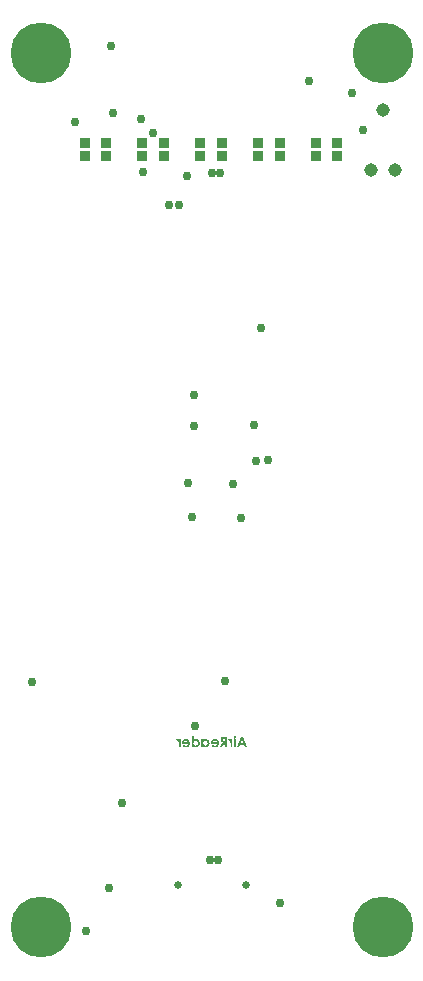
<source format=gbs>
G04*
G04 #@! TF.GenerationSoftware,Altium Limited,Altium Designer,24.3.1 (35)*
G04*
G04 Layer_Color=16711935*
%FSLAX26Y26*%
%MOIN*%
G70*
G04*
G04 #@! TF.SameCoordinates,DB0C34DD-40E0-41A4-B204-7B3182439FE1*
G04*
G04*
G04 #@! TF.FilePolarity,Negative*
G04*
G01*
G75*
%ADD86C,0.025591*%
%ADD87C,0.202756*%
%ADD88C,0.044921*%
%ADD89C,0.029528*%
%ADD98R,0.033465X0.033465*%
G36*
X3762005Y2092720D02*
X3762318Y2092683D01*
X3762612Y2092628D01*
X3762888Y2092554D01*
X3763403Y2092352D01*
X3763624Y2092242D01*
X3763845Y2092131D01*
X3764029Y2092002D01*
X3764194Y2091892D01*
X3764342Y2091800D01*
X3764452Y2091708D01*
X3764544Y2091616D01*
X3764618Y2091561D01*
X3764654Y2091524D01*
X3764673Y2091506D01*
X3764894Y2091266D01*
X3765078Y2091027D01*
X3765243Y2090770D01*
X3765372Y2090512D01*
X3765501Y2090273D01*
X3765593Y2090015D01*
X3765740Y2089555D01*
X3765777Y2089334D01*
X3765814Y2089150D01*
X3765850Y2088966D01*
X3765869Y2088819D01*
X3765887Y2088690D01*
Y2088598D01*
Y2088543D01*
Y2088525D01*
X3765869Y2088194D01*
X3765832Y2087881D01*
X3765777Y2087568D01*
X3765685Y2087292D01*
X3765593Y2087016D01*
X3765501Y2086758D01*
X3765390Y2086519D01*
X3765262Y2086317D01*
X3765151Y2086114D01*
X3765041Y2085949D01*
X3764949Y2085802D01*
X3764838Y2085673D01*
X3764765Y2085581D01*
X3764710Y2085507D01*
X3764673Y2085470D01*
X3764654Y2085452D01*
X3764415Y2085231D01*
X3764158Y2085029D01*
X3763918Y2084863D01*
X3763661Y2084716D01*
X3763403Y2084587D01*
X3763146Y2084495D01*
X3762906Y2084403D01*
X3762667Y2084348D01*
X3762465Y2084293D01*
X3762262Y2084256D01*
X3762078Y2084219D01*
X3761931Y2084201D01*
X3761802Y2084182D01*
X3761637D01*
X3761324Y2084201D01*
X3761011Y2084238D01*
X3760735Y2084293D01*
X3760459Y2084385D01*
X3759944Y2084569D01*
X3759723Y2084679D01*
X3759521Y2084808D01*
X3759337Y2084918D01*
X3759171Y2085029D01*
X3759024Y2085121D01*
X3758914Y2085231D01*
X3758822Y2085305D01*
X3758748Y2085360D01*
X3758711Y2085397D01*
X3758693Y2085415D01*
X3758472Y2085654D01*
X3758288Y2085912D01*
X3758122Y2086151D01*
X3757975Y2086409D01*
X3757865Y2086666D01*
X3757754Y2086924D01*
X3757607Y2087402D01*
X3757570Y2087605D01*
X3757534Y2087807D01*
X3757497Y2087991D01*
X3757478Y2088138D01*
X3757460Y2088267D01*
Y2088359D01*
Y2088414D01*
Y2088433D01*
X3757478Y2088764D01*
X3757515Y2089077D01*
X3757570Y2089371D01*
X3757662Y2089666D01*
X3757754Y2089923D01*
X3757846Y2090181D01*
X3757975Y2090402D01*
X3758086Y2090622D01*
X3758196Y2090806D01*
X3758306Y2090972D01*
X3758417Y2091119D01*
X3758509Y2091248D01*
X3758601Y2091340D01*
X3758656Y2091414D01*
X3758693Y2091450D01*
X3758711Y2091469D01*
X3758950Y2091690D01*
X3759190Y2091892D01*
X3759447Y2092058D01*
X3759705Y2092205D01*
X3759962Y2092334D01*
X3760202Y2092426D01*
X3760441Y2092518D01*
X3760662Y2092573D01*
X3760882Y2092628D01*
X3761085Y2092665D01*
X3761250Y2092702D01*
X3761398Y2092720D01*
X3761526Y2092738D01*
X3761692D01*
X3762005Y2092720D01*
D02*
G37*
G36*
X3665644Y2082582D02*
X3666104Y2082563D01*
X3666564Y2082508D01*
X3667006Y2082434D01*
X3667870Y2082232D01*
X3668698Y2081993D01*
X3669471Y2081698D01*
X3670189Y2081367D01*
X3670851Y2081018D01*
X3671458Y2080650D01*
X3672010Y2080282D01*
X3672489Y2079932D01*
X3672912Y2079601D01*
X3673262Y2079306D01*
X3673409Y2079178D01*
X3673538Y2079067D01*
X3673648Y2078957D01*
X3673740Y2078865D01*
X3673814Y2078791D01*
X3673869Y2078736D01*
X3673887Y2078718D01*
X3673906Y2078699D01*
X3674237Y2078331D01*
X3674531Y2077945D01*
X3674826Y2077558D01*
X3675083Y2077154D01*
X3675341Y2076749D01*
X3675562Y2076344D01*
X3675985Y2075498D01*
X3676334Y2074670D01*
X3676610Y2073842D01*
X3676850Y2073032D01*
X3677052Y2072259D01*
X3677199Y2071542D01*
X3677310Y2070879D01*
X3677346Y2070566D01*
X3677383Y2070272D01*
X3677420Y2069996D01*
X3677438Y2069757D01*
X3677457Y2069536D01*
X3677475Y2069334D01*
Y2069150D01*
X3677494Y2069021D01*
Y2068892D01*
Y2068818D01*
Y2068763D01*
Y2068745D01*
X3677475Y2068193D01*
X3677457Y2067659D01*
X3677402Y2067144D01*
X3677328Y2066647D01*
X3677144Y2065654D01*
X3676905Y2064734D01*
X3676629Y2063869D01*
X3676316Y2063059D01*
X3675985Y2062323D01*
X3675635Y2061642D01*
X3675286Y2061035D01*
X3675120Y2060759D01*
X3674954Y2060502D01*
X3674789Y2060244D01*
X3674642Y2060023D01*
X3674494Y2059821D01*
X3674366Y2059637D01*
X3674237Y2059490D01*
X3674126Y2059342D01*
X3674016Y2059214D01*
X3673942Y2059122D01*
X3673869Y2059048D01*
X3673814Y2058993D01*
X3673795Y2058956D01*
X3673777Y2058938D01*
X3673427Y2058588D01*
X3673059Y2058238D01*
X3672691Y2057926D01*
X3672323Y2057631D01*
X3671955Y2057374D01*
X3671587Y2057116D01*
X3671201Y2056877D01*
X3670833Y2056656D01*
X3670078Y2056288D01*
X3669361Y2055957D01*
X3668643Y2055699D01*
X3667981Y2055497D01*
X3667355Y2055331D01*
X3666766Y2055202D01*
X3666251Y2055129D01*
X3666030Y2055092D01*
X3665810Y2055055D01*
X3665626Y2055037D01*
X3665460Y2055018D01*
X3665313D01*
X3665184Y2055000D01*
X3664963D01*
X3664540Y2055018D01*
X3664135Y2055037D01*
X3663344Y2055129D01*
X3662994Y2055184D01*
X3662645Y2055258D01*
X3662314Y2055331D01*
X3662019Y2055405D01*
X3661743Y2055478D01*
X3661504Y2055534D01*
X3661283Y2055607D01*
X3661099Y2055662D01*
X3660952Y2055718D01*
X3660860Y2055754D01*
X3660786Y2055791D01*
X3660768D01*
X3660400Y2055957D01*
X3660032Y2056141D01*
X3659333Y2056546D01*
X3658689Y2056987D01*
X3658376Y2057190D01*
X3658100Y2057410D01*
X3657842Y2057613D01*
X3657603Y2057797D01*
X3657401Y2057981D01*
X3657217Y2058128D01*
X3657070Y2058257D01*
X3656978Y2058349D01*
X3656904Y2058404D01*
X3656886Y2058422D01*
Y2055662D01*
X3650317D01*
Y2081919D01*
X3656886D01*
Y2079030D01*
X3657217Y2079362D01*
X3657548Y2079656D01*
X3657879Y2079932D01*
X3658229Y2080208D01*
X3658542Y2080447D01*
X3658873Y2080668D01*
X3659167Y2080852D01*
X3659462Y2081036D01*
X3659719Y2081183D01*
X3659958Y2081330D01*
X3660179Y2081441D01*
X3660363Y2081533D01*
X3660510Y2081606D01*
X3660621Y2081662D01*
X3660694Y2081680D01*
X3660713Y2081698D01*
X3661099Y2081864D01*
X3661504Y2081993D01*
X3661890Y2082122D01*
X3662277Y2082214D01*
X3663031Y2082379D01*
X3663381Y2082434D01*
X3663712Y2082490D01*
X3664025Y2082526D01*
X3664301Y2082545D01*
X3664558Y2082582D01*
X3664761D01*
X3664926Y2082600D01*
X3665166D01*
X3665644Y2082582D01*
D02*
G37*
G36*
X3696114D02*
X3696648Y2082563D01*
X3697163Y2082508D01*
X3697678Y2082434D01*
X3698635Y2082232D01*
X3699555Y2081974D01*
X3700420Y2081680D01*
X3701211Y2081349D01*
X3701947Y2080981D01*
X3702628Y2080613D01*
X3703235Y2080245D01*
X3703511Y2080061D01*
X3703750Y2079877D01*
X3703990Y2079711D01*
X3704210Y2079546D01*
X3704413Y2079398D01*
X3704597Y2079251D01*
X3704762Y2079122D01*
X3704891Y2078994D01*
X3705020Y2078883D01*
X3705112Y2078791D01*
X3705186Y2078718D01*
X3705259Y2078662D01*
X3705278Y2078644D01*
X3705296Y2078626D01*
X3705646Y2078239D01*
X3705977Y2077853D01*
X3706290Y2077466D01*
X3706566Y2077062D01*
X3706842Y2076638D01*
X3707081Y2076234D01*
X3707320Y2075810D01*
X3707522Y2075387D01*
X3707909Y2074541D01*
X3708222Y2073713D01*
X3708479Y2072903D01*
X3708682Y2072149D01*
X3708829Y2071413D01*
X3708958Y2070750D01*
X3708994Y2070438D01*
X3709050Y2070143D01*
X3709068Y2069886D01*
X3709105Y2069646D01*
X3709123Y2069407D01*
X3709142Y2069223D01*
Y2069039D01*
X3709160Y2068910D01*
Y2068782D01*
Y2068708D01*
Y2068653D01*
Y2068634D01*
X3709142Y2068101D01*
X3709123Y2067567D01*
X3709068Y2067034D01*
X3708994Y2066537D01*
X3708792Y2065562D01*
X3708553Y2064642D01*
X3708258Y2063777D01*
X3707927Y2062986D01*
X3707578Y2062231D01*
X3707210Y2061569D01*
X3706860Y2060962D01*
X3706676Y2060686D01*
X3706510Y2060428D01*
X3706345Y2060189D01*
X3706179Y2059968D01*
X3706032Y2059766D01*
X3705885Y2059582D01*
X3705756Y2059416D01*
X3705627Y2059287D01*
X3705535Y2059158D01*
X3705443Y2059066D01*
X3705370Y2058993D01*
X3705314Y2058919D01*
X3705296Y2058901D01*
X3705278Y2058882D01*
X3704910Y2058533D01*
X3704523Y2058202D01*
X3704137Y2057889D01*
X3703732Y2057594D01*
X3703327Y2057337D01*
X3702904Y2057079D01*
X3702481Y2056858D01*
X3702058Y2056638D01*
X3701230Y2056270D01*
X3700383Y2055957D01*
X3699574Y2055699D01*
X3698782Y2055478D01*
X3698046Y2055331D01*
X3697366Y2055202D01*
X3697053Y2055166D01*
X3696758Y2055110D01*
X3696482Y2055092D01*
X3696243Y2055055D01*
X3696004Y2055037D01*
X3695802Y2055018D01*
X3695636D01*
X3695489Y2055000D01*
X3695213D01*
X3694477Y2055018D01*
X3693778Y2055055D01*
X3693097Y2055129D01*
X3692471Y2055221D01*
X3691864Y2055331D01*
X3691294Y2055442D01*
X3690778Y2055570D01*
X3690282Y2055699D01*
X3689858Y2055828D01*
X3689472Y2055957D01*
X3689141Y2056067D01*
X3688865Y2056178D01*
X3688644Y2056270D01*
X3688478Y2056343D01*
X3688386Y2056380D01*
X3688350Y2056398D01*
X3687816Y2056674D01*
X3687301Y2056987D01*
X3686804Y2057318D01*
X3686344Y2057668D01*
X3685902Y2058018D01*
X3685498Y2058386D01*
X3685111Y2058754D01*
X3684762Y2059103D01*
X3684449Y2059434D01*
X3684173Y2059729D01*
X3683934Y2060023D01*
X3683731Y2060262D01*
X3683566Y2060465D01*
X3683455Y2060612D01*
X3683382Y2060704D01*
X3683363Y2060741D01*
X3688920Y2063354D01*
X3689435Y2062894D01*
X3689950Y2062507D01*
X3690484Y2062158D01*
X3691036Y2061863D01*
X3691570Y2061624D01*
X3692085Y2061403D01*
X3692600Y2061238D01*
X3693078Y2061109D01*
X3693538Y2060998D01*
X3693962Y2060906D01*
X3694330Y2060851D01*
X3694642Y2060814D01*
X3694900Y2060796D01*
X3695102Y2060778D01*
X3695268D01*
X3695838Y2060796D01*
X3696372Y2060851D01*
X3696887Y2060925D01*
X3697366Y2061035D01*
X3697807Y2061164D01*
X3698230Y2061293D01*
X3698617Y2061440D01*
X3698966Y2061606D01*
X3699279Y2061753D01*
X3699555Y2061900D01*
X3699794Y2062029D01*
X3699978Y2062158D01*
X3700144Y2062268D01*
X3700254Y2062342D01*
X3700328Y2062397D01*
X3700346Y2062415D01*
X3700696Y2062746D01*
X3701027Y2063078D01*
X3701303Y2063446D01*
X3701561Y2063814D01*
X3701800Y2064182D01*
X3702002Y2064550D01*
X3702168Y2064918D01*
X3702315Y2065267D01*
X3702444Y2065598D01*
X3702536Y2065911D01*
X3702628Y2066187D01*
X3702683Y2066426D01*
X3702738Y2066610D01*
X3702775Y2066758D01*
X3702794Y2066850D01*
Y2066886D01*
X3681615D01*
X3681597Y2068138D01*
X3681615Y2068745D01*
X3681634Y2069334D01*
X3681689Y2069904D01*
X3681762Y2070456D01*
X3681946Y2071523D01*
X3682204Y2072517D01*
X3682498Y2073455D01*
X3682830Y2074320D01*
X3682995Y2074725D01*
X3683179Y2075111D01*
X3683363Y2075479D01*
X3683529Y2075829D01*
X3683713Y2076160D01*
X3683897Y2076473D01*
X3684081Y2076749D01*
X3684246Y2077025D01*
X3684412Y2077282D01*
X3684578Y2077503D01*
X3684725Y2077724D01*
X3684872Y2077908D01*
X3685001Y2078074D01*
X3685111Y2078221D01*
X3685222Y2078350D01*
X3685314Y2078442D01*
X3685387Y2078515D01*
X3685442Y2078589D01*
X3685461Y2078607D01*
X3685479Y2078626D01*
X3685847Y2078994D01*
X3686234Y2079325D01*
X3686620Y2079638D01*
X3687025Y2079932D01*
X3687430Y2080208D01*
X3687853Y2080466D01*
X3688276Y2080705D01*
X3688699Y2080926D01*
X3689546Y2081312D01*
X3690374Y2081625D01*
X3691202Y2081901D01*
X3691993Y2082103D01*
X3692729Y2082269D01*
X3693410Y2082398D01*
X3693722Y2082434D01*
X3694017Y2082471D01*
X3694293Y2082508D01*
X3694550Y2082545D01*
X3694771Y2082563D01*
X3694974Y2082582D01*
X3695158D01*
X3695305Y2082600D01*
X3695581D01*
X3696114Y2082582D01*
D02*
G37*
G36*
X3599183D02*
X3599717Y2082563D01*
X3600232Y2082508D01*
X3600747Y2082434D01*
X3601704Y2082232D01*
X3602624Y2081974D01*
X3603489Y2081680D01*
X3604280Y2081349D01*
X3605016Y2080981D01*
X3605697Y2080613D01*
X3606304Y2080245D01*
X3606580Y2080061D01*
X3606819Y2079877D01*
X3607058Y2079711D01*
X3607279Y2079546D01*
X3607482Y2079398D01*
X3607666Y2079251D01*
X3607831Y2079122D01*
X3607960Y2078994D01*
X3608089Y2078883D01*
X3608181Y2078791D01*
X3608254Y2078718D01*
X3608328Y2078662D01*
X3608346Y2078644D01*
X3608365Y2078626D01*
X3608714Y2078239D01*
X3609046Y2077853D01*
X3609358Y2077466D01*
X3609634Y2077062D01*
X3609910Y2076638D01*
X3610150Y2076234D01*
X3610389Y2075810D01*
X3610591Y2075387D01*
X3610978Y2074541D01*
X3611290Y2073713D01*
X3611548Y2072903D01*
X3611750Y2072149D01*
X3611898Y2071413D01*
X3612026Y2070750D01*
X3612063Y2070438D01*
X3612118Y2070143D01*
X3612137Y2069886D01*
X3612174Y2069646D01*
X3612192Y2069407D01*
X3612210Y2069223D01*
Y2069039D01*
X3612229Y2068910D01*
Y2068782D01*
Y2068708D01*
Y2068653D01*
Y2068634D01*
X3612210Y2068101D01*
X3612192Y2067567D01*
X3612137Y2067034D01*
X3612063Y2066537D01*
X3611861Y2065562D01*
X3611622Y2064642D01*
X3611327Y2063777D01*
X3610996Y2062986D01*
X3610646Y2062231D01*
X3610278Y2061569D01*
X3609929Y2060962D01*
X3609745Y2060686D01*
X3609579Y2060428D01*
X3609414Y2060189D01*
X3609248Y2059968D01*
X3609101Y2059766D01*
X3608954Y2059582D01*
X3608825Y2059416D01*
X3608696Y2059287D01*
X3608604Y2059158D01*
X3608512Y2059066D01*
X3608438Y2058993D01*
X3608383Y2058919D01*
X3608365Y2058901D01*
X3608346Y2058882D01*
X3607978Y2058533D01*
X3607592Y2058202D01*
X3607206Y2057889D01*
X3606801Y2057594D01*
X3606396Y2057337D01*
X3605973Y2057079D01*
X3605550Y2056858D01*
X3605126Y2056638D01*
X3604298Y2056270D01*
X3603452Y2055957D01*
X3602642Y2055699D01*
X3601851Y2055478D01*
X3601115Y2055331D01*
X3600434Y2055202D01*
X3600122Y2055166D01*
X3599827Y2055110D01*
X3599551Y2055092D01*
X3599312Y2055055D01*
X3599073Y2055037D01*
X3598870Y2055018D01*
X3598705D01*
X3598558Y2055000D01*
X3598282D01*
X3597546Y2055018D01*
X3596846Y2055055D01*
X3596166Y2055129D01*
X3595540Y2055221D01*
X3594933Y2055331D01*
X3594362Y2055442D01*
X3593847Y2055570D01*
X3593350Y2055699D01*
X3592927Y2055828D01*
X3592541Y2055957D01*
X3592210Y2056067D01*
X3591934Y2056178D01*
X3591713Y2056270D01*
X3591547Y2056343D01*
X3591455Y2056380D01*
X3591418Y2056398D01*
X3590885Y2056674D01*
X3590370Y2056987D01*
X3589873Y2057318D01*
X3589413Y2057668D01*
X3588971Y2058018D01*
X3588566Y2058386D01*
X3588180Y2058754D01*
X3587830Y2059103D01*
X3587518Y2059434D01*
X3587242Y2059729D01*
X3587002Y2060023D01*
X3586800Y2060262D01*
X3586634Y2060465D01*
X3586524Y2060612D01*
X3586450Y2060704D01*
X3586432Y2060741D01*
X3591989Y2063354D01*
X3592504Y2062894D01*
X3593019Y2062507D01*
X3593553Y2062158D01*
X3594105Y2061863D01*
X3594638Y2061624D01*
X3595154Y2061403D01*
X3595669Y2061238D01*
X3596147Y2061109D01*
X3596607Y2060998D01*
X3597030Y2060906D01*
X3597398Y2060851D01*
X3597711Y2060814D01*
X3597969Y2060796D01*
X3598171Y2060778D01*
X3598337D01*
X3598907Y2060796D01*
X3599441Y2060851D01*
X3599956Y2060925D01*
X3600434Y2061035D01*
X3600876Y2061164D01*
X3601299Y2061293D01*
X3601686Y2061440D01*
X3602035Y2061606D01*
X3602348Y2061753D01*
X3602624Y2061900D01*
X3602863Y2062029D01*
X3603047Y2062158D01*
X3603213Y2062268D01*
X3603323Y2062342D01*
X3603397Y2062397D01*
X3603415Y2062415D01*
X3603765Y2062746D01*
X3604096Y2063078D01*
X3604372Y2063446D01*
X3604630Y2063814D01*
X3604869Y2064182D01*
X3605071Y2064550D01*
X3605237Y2064918D01*
X3605384Y2065267D01*
X3605513Y2065598D01*
X3605605Y2065911D01*
X3605697Y2066187D01*
X3605752Y2066426D01*
X3605807Y2066610D01*
X3605844Y2066758D01*
X3605862Y2066850D01*
Y2066886D01*
X3584684D01*
X3584666Y2068138D01*
X3584684Y2068745D01*
X3584702Y2069334D01*
X3584758Y2069904D01*
X3584831Y2070456D01*
X3585015Y2071523D01*
X3585273Y2072517D01*
X3585567Y2073455D01*
X3585898Y2074320D01*
X3586064Y2074725D01*
X3586248Y2075111D01*
X3586432Y2075479D01*
X3586598Y2075829D01*
X3586782Y2076160D01*
X3586966Y2076473D01*
X3587150Y2076749D01*
X3587315Y2077025D01*
X3587481Y2077282D01*
X3587646Y2077503D01*
X3587794Y2077724D01*
X3587941Y2077908D01*
X3588070Y2078074D01*
X3588180Y2078221D01*
X3588290Y2078350D01*
X3588382Y2078442D01*
X3588456Y2078515D01*
X3588511Y2078589D01*
X3588530Y2078607D01*
X3588548Y2078626D01*
X3588916Y2078994D01*
X3589302Y2079325D01*
X3589689Y2079638D01*
X3590094Y2079932D01*
X3590498Y2080208D01*
X3590922Y2080466D01*
X3591345Y2080705D01*
X3591768Y2080926D01*
X3592614Y2081312D01*
X3593442Y2081625D01*
X3594270Y2081901D01*
X3595062Y2082103D01*
X3595798Y2082269D01*
X3596478Y2082398D01*
X3596791Y2082434D01*
X3597086Y2082471D01*
X3597362Y2082508D01*
X3597619Y2082545D01*
X3597840Y2082563D01*
X3598042Y2082582D01*
X3598226D01*
X3598374Y2082600D01*
X3598650D01*
X3599183Y2082582D01*
D02*
G37*
G36*
X3803000Y2055662D02*
X3795971D01*
X3793082Y2062967D01*
X3778602D01*
X3775823Y2055662D01*
X3768794D01*
X3782466Y2091156D01*
X3789310D01*
X3803000Y2055662D01*
D02*
G37*
G36*
X3765004D02*
X3758380D01*
Y2081919D01*
X3765004D01*
Y2055662D01*
D02*
G37*
G36*
X3742887Y2082582D02*
X3743218Y2082563D01*
X3743844Y2082434D01*
X3744396Y2082287D01*
X3744654Y2082195D01*
X3744893Y2082103D01*
X3745114Y2081993D01*
X3745316Y2081901D01*
X3745482Y2081827D01*
X3745610Y2081754D01*
X3745739Y2081680D01*
X3745813Y2081625D01*
X3745868Y2081606D01*
X3745886Y2081588D01*
X3746162Y2081386D01*
X3746420Y2081165D01*
X3746917Y2080705D01*
X3747322Y2080208D01*
X3747671Y2079711D01*
X3747818Y2079490D01*
X3747947Y2079288D01*
X3748058Y2079104D01*
X3748150Y2078938D01*
X3748223Y2078791D01*
X3748278Y2078699D01*
X3748297Y2078626D01*
X3748315Y2078607D01*
Y2081919D01*
X3753964D01*
Y2055662D01*
X3747432D01*
Y2066279D01*
X3747450Y2067549D01*
Y2068046D01*
X3747432Y2068542D01*
Y2069002D01*
X3747414Y2069444D01*
X3747377Y2069867D01*
X3747358Y2070272D01*
X3747322Y2070658D01*
X3747285Y2071026D01*
X3747248Y2071376D01*
X3747211Y2071707D01*
X3747119Y2072296D01*
X3747027Y2072830D01*
X3746917Y2073308D01*
X3746825Y2073713D01*
X3746733Y2074044D01*
X3746641Y2074320D01*
X3746567Y2074541D01*
X3746494Y2074725D01*
X3746438Y2074835D01*
X3746420Y2074909D01*
X3746402Y2074927D01*
X3746199Y2075258D01*
X3745997Y2075553D01*
X3745776Y2075810D01*
X3745555Y2076031D01*
X3745334Y2076215D01*
X3745132Y2076362D01*
X3744911Y2076491D01*
X3744727Y2076583D01*
X3744543Y2076657D01*
X3744359Y2076730D01*
X3744212Y2076767D01*
X3744083Y2076786D01*
X3743973Y2076804D01*
X3743899Y2076822D01*
X3743826D01*
X3743531Y2076804D01*
X3743218Y2076730D01*
X3742906Y2076638D01*
X3742593Y2076546D01*
X3742335Y2076436D01*
X3742114Y2076344D01*
X3742041Y2076307D01*
X3741986Y2076270D01*
X3741949Y2076252D01*
X3741930D01*
X3739870Y2081919D01*
X3740385Y2082140D01*
X3740882Y2082306D01*
X3741342Y2082434D01*
X3741728Y2082508D01*
X3741912Y2082545D01*
X3742078Y2082563D01*
X3742206Y2082582D01*
X3742335D01*
X3742427Y2082600D01*
X3742556D01*
X3742887Y2082582D01*
D02*
G37*
G36*
X3735435Y2055662D02*
X3728682D01*
Y2070695D01*
X3728057D01*
X3720053Y2055662D01*
X3712674D01*
X3721065Y2071450D01*
X3720458Y2071689D01*
X3719887Y2071946D01*
X3719354Y2072222D01*
X3718857Y2072517D01*
X3718397Y2072811D01*
X3717992Y2073106D01*
X3717624Y2073400D01*
X3717274Y2073676D01*
X3716980Y2073952D01*
X3716722Y2074191D01*
X3716520Y2074412D01*
X3716336Y2074614D01*
X3716207Y2074780D01*
X3716097Y2074890D01*
X3716042Y2074982D01*
X3716023Y2075001D01*
X3715729Y2075461D01*
X3715471Y2075921D01*
X3715232Y2076418D01*
X3715048Y2076914D01*
X3714882Y2077411D01*
X3714735Y2077890D01*
X3714625Y2078368D01*
X3714533Y2078810D01*
X3714478Y2079233D01*
X3714422Y2079619D01*
X3714386Y2079969D01*
X3714349Y2080263D01*
Y2080521D01*
X3714330Y2080705D01*
Y2080760D01*
Y2080815D01*
Y2080834D01*
Y2080852D01*
X3714349Y2081459D01*
X3714404Y2082048D01*
X3714478Y2082618D01*
X3714570Y2083152D01*
X3714680Y2083667D01*
X3714809Y2084146D01*
X3714956Y2084587D01*
X3715085Y2084974D01*
X3715232Y2085342D01*
X3715379Y2085673D01*
X3715508Y2085949D01*
X3715618Y2086188D01*
X3715710Y2086372D01*
X3715784Y2086501D01*
X3715839Y2086593D01*
X3715858Y2086611D01*
X3716152Y2087053D01*
X3716465Y2087458D01*
X3716796Y2087844D01*
X3717127Y2088194D01*
X3717477Y2088506D01*
X3717808Y2088801D01*
X3718139Y2089058D01*
X3718452Y2089279D01*
X3718746Y2089482D01*
X3719022Y2089647D01*
X3719262Y2089794D01*
X3719464Y2089905D01*
X3719648Y2089997D01*
X3719777Y2090052D01*
X3719850Y2090089D01*
X3719887Y2090107D01*
X3720126Y2090199D01*
X3720384Y2090291D01*
X3720954Y2090457D01*
X3721580Y2090586D01*
X3722242Y2090714D01*
X3722923Y2090825D01*
X3723622Y2090898D01*
X3724322Y2090972D01*
X3725002Y2091027D01*
X3725665Y2091064D01*
X3726272Y2091101D01*
X3726824Y2091119D01*
X3727063Y2091138D01*
X3727505D01*
X3727707Y2091156D01*
X3735435D01*
Y2055662D01*
D02*
G37*
G36*
X3569817Y2082582D02*
X3570148Y2082563D01*
X3570774Y2082434D01*
X3571326Y2082287D01*
X3571583Y2082195D01*
X3571822Y2082103D01*
X3572043Y2081993D01*
X3572246Y2081901D01*
X3572411Y2081827D01*
X3572540Y2081754D01*
X3572669Y2081680D01*
X3572742Y2081625D01*
X3572798Y2081606D01*
X3572816Y2081588D01*
X3573092Y2081386D01*
X3573350Y2081165D01*
X3573846Y2080705D01*
X3574251Y2080208D01*
X3574601Y2079711D01*
X3574748Y2079490D01*
X3574877Y2079288D01*
X3574987Y2079104D01*
X3575079Y2078938D01*
X3575153Y2078791D01*
X3575208Y2078699D01*
X3575226Y2078626D01*
X3575245Y2078607D01*
Y2081919D01*
X3580894D01*
Y2055662D01*
X3574362D01*
Y2066279D01*
X3574380Y2067549D01*
Y2068046D01*
X3574362Y2068542D01*
Y2069002D01*
X3574343Y2069444D01*
X3574306Y2069867D01*
X3574288Y2070272D01*
X3574251Y2070658D01*
X3574214Y2071026D01*
X3574178Y2071376D01*
X3574141Y2071707D01*
X3574049Y2072296D01*
X3573957Y2072830D01*
X3573846Y2073308D01*
X3573754Y2073713D01*
X3573662Y2074044D01*
X3573570Y2074320D01*
X3573497Y2074541D01*
X3573423Y2074725D01*
X3573368Y2074835D01*
X3573350Y2074909D01*
X3573331Y2074927D01*
X3573129Y2075258D01*
X3572926Y2075553D01*
X3572706Y2075810D01*
X3572485Y2076031D01*
X3572264Y2076215D01*
X3572062Y2076362D01*
X3571841Y2076491D01*
X3571657Y2076583D01*
X3571473Y2076657D01*
X3571289Y2076730D01*
X3571142Y2076767D01*
X3571013Y2076786D01*
X3570902Y2076804D01*
X3570829Y2076822D01*
X3570755D01*
X3570461Y2076804D01*
X3570148Y2076730D01*
X3569835Y2076638D01*
X3569522Y2076546D01*
X3569265Y2076436D01*
X3569044Y2076344D01*
X3568970Y2076307D01*
X3568915Y2076270D01*
X3568878Y2076252D01*
X3568860D01*
X3566799Y2081919D01*
X3567314Y2082140D01*
X3567811Y2082306D01*
X3568271Y2082434D01*
X3568658Y2082508D01*
X3568842Y2082545D01*
X3569007Y2082563D01*
X3569136Y2082582D01*
X3569265D01*
X3569357Y2082600D01*
X3569486D01*
X3569817Y2082582D01*
D02*
G37*
G36*
X3624244Y2079030D02*
X3624575Y2079362D01*
X3624906Y2079656D01*
X3625238Y2079932D01*
X3625587Y2080208D01*
X3625900Y2080447D01*
X3626231Y2080668D01*
X3626526Y2080852D01*
X3626820Y2081036D01*
X3627078Y2081183D01*
X3627317Y2081330D01*
X3627538Y2081441D01*
X3627722Y2081533D01*
X3627869Y2081606D01*
X3627979Y2081662D01*
X3628053Y2081680D01*
X3628071Y2081698D01*
X3628458Y2081864D01*
X3628862Y2081993D01*
X3629249Y2082122D01*
X3629635Y2082214D01*
X3630390Y2082379D01*
X3630739Y2082434D01*
X3631070Y2082490D01*
X3631383Y2082526D01*
X3631659Y2082545D01*
X3631917Y2082582D01*
X3632119D01*
X3632285Y2082600D01*
X3632524D01*
X3633002Y2082582D01*
X3633462Y2082563D01*
X3633922Y2082508D01*
X3634364Y2082434D01*
X3635229Y2082232D01*
X3636057Y2081993D01*
X3636830Y2081698D01*
X3637547Y2081367D01*
X3638210Y2081018D01*
X3638817Y2080650D01*
X3639369Y2080282D01*
X3639847Y2079932D01*
X3640270Y2079601D01*
X3640620Y2079306D01*
X3640767Y2079178D01*
X3640896Y2079067D01*
X3641006Y2078957D01*
X3641098Y2078865D01*
X3641172Y2078791D01*
X3641227Y2078736D01*
X3641246Y2078718D01*
X3641264Y2078699D01*
X3641595Y2078331D01*
X3641890Y2077945D01*
X3642184Y2077558D01*
X3642442Y2077154D01*
X3642699Y2076749D01*
X3642920Y2076344D01*
X3643343Y2075498D01*
X3643693Y2074670D01*
X3643969Y2073842D01*
X3644208Y2073032D01*
X3644410Y2072259D01*
X3644558Y2071542D01*
X3644668Y2070879D01*
X3644705Y2070566D01*
X3644742Y2070272D01*
X3644778Y2069996D01*
X3644797Y2069757D01*
X3644815Y2069536D01*
X3644834Y2069334D01*
Y2069150D01*
X3644852Y2069021D01*
Y2068892D01*
Y2068818D01*
Y2068763D01*
Y2068745D01*
X3644834Y2068193D01*
X3644815Y2067659D01*
X3644760Y2067144D01*
X3644686Y2066647D01*
X3644502Y2065654D01*
X3644263Y2064734D01*
X3643987Y2063869D01*
X3643674Y2063059D01*
X3643343Y2062323D01*
X3642994Y2061642D01*
X3642644Y2061035D01*
X3642478Y2060759D01*
X3642313Y2060502D01*
X3642147Y2060244D01*
X3642000Y2060023D01*
X3641853Y2059821D01*
X3641724Y2059637D01*
X3641595Y2059490D01*
X3641485Y2059342D01*
X3641374Y2059214D01*
X3641301Y2059122D01*
X3641227Y2059048D01*
X3641172Y2058993D01*
X3641154Y2058956D01*
X3641135Y2058938D01*
X3640786Y2058588D01*
X3640418Y2058238D01*
X3640050Y2057926D01*
X3639682Y2057631D01*
X3639314Y2057374D01*
X3638946Y2057116D01*
X3638559Y2056877D01*
X3638191Y2056656D01*
X3637437Y2056288D01*
X3636719Y2055957D01*
X3636002Y2055699D01*
X3635339Y2055497D01*
X3634714Y2055331D01*
X3634125Y2055202D01*
X3633610Y2055129D01*
X3633389Y2055092D01*
X3633168Y2055055D01*
X3632984Y2055037D01*
X3632818Y2055018D01*
X3632671D01*
X3632542Y2055000D01*
X3632322D01*
X3631898Y2055018D01*
X3631494Y2055037D01*
X3630702Y2055129D01*
X3630353Y2055184D01*
X3630003Y2055258D01*
X3629672Y2055331D01*
X3629378Y2055405D01*
X3629102Y2055478D01*
X3628862Y2055534D01*
X3628642Y2055607D01*
X3628458Y2055662D01*
X3628310Y2055718D01*
X3628218Y2055754D01*
X3628145Y2055791D01*
X3628126D01*
X3627758Y2055957D01*
X3627390Y2056141D01*
X3626691Y2056546D01*
X3626047Y2056987D01*
X3625734Y2057190D01*
X3625458Y2057410D01*
X3625201Y2057613D01*
X3624962Y2057797D01*
X3624759Y2057981D01*
X3624575Y2058128D01*
X3624428Y2058257D01*
X3624336Y2058349D01*
X3624262Y2058404D01*
X3624244Y2058422D01*
Y2055662D01*
X3617675D01*
Y2092058D01*
X3624244D01*
Y2079030D01*
D02*
G37*
%LPC*%
G36*
X3663933Y2076510D02*
X3663804D01*
X3663234Y2076491D01*
X3662682Y2076418D01*
X3662166Y2076307D01*
X3661670Y2076178D01*
X3661210Y2076013D01*
X3660786Y2075829D01*
X3660400Y2075645D01*
X3660050Y2075442D01*
X3659719Y2075240D01*
X3659443Y2075056D01*
X3659204Y2074872D01*
X3659002Y2074706D01*
X3658836Y2074578D01*
X3658726Y2074467D01*
X3658652Y2074394D01*
X3658634Y2074375D01*
X3658266Y2073970D01*
X3657953Y2073529D01*
X3657677Y2073087D01*
X3657438Y2072609D01*
X3657235Y2072149D01*
X3657070Y2071689D01*
X3656941Y2071247D01*
X3656830Y2070806D01*
X3656738Y2070401D01*
X3656683Y2070033D01*
X3656628Y2069702D01*
X3656610Y2069407D01*
X3656591Y2069168D01*
X3656573Y2068984D01*
Y2068874D01*
Y2068855D01*
Y2068837D01*
X3656591Y2068193D01*
X3656665Y2067586D01*
X3656757Y2067015D01*
X3656886Y2066482D01*
X3657051Y2065966D01*
X3657217Y2065506D01*
X3657419Y2065083D01*
X3657603Y2064697D01*
X3657787Y2064347D01*
X3657990Y2064034D01*
X3658155Y2063777D01*
X3658302Y2063556D01*
X3658450Y2063390D01*
X3658542Y2063262D01*
X3658615Y2063188D01*
X3658634Y2063170D01*
X3659020Y2062783D01*
X3659443Y2062452D01*
X3659866Y2062176D01*
X3660308Y2061918D01*
X3660731Y2061716D01*
X3661154Y2061550D01*
X3661578Y2061403D01*
X3661982Y2061293D01*
X3662350Y2061201D01*
X3662700Y2061127D01*
X3662994Y2061090D01*
X3663270Y2061054D01*
X3663491Y2061035D01*
X3663638Y2061017D01*
X3663786D01*
X3664338Y2061035D01*
X3664871Y2061109D01*
X3665368Y2061219D01*
X3665846Y2061366D01*
X3666306Y2061532D01*
X3666711Y2061716D01*
X3667098Y2061900D01*
X3667447Y2062121D01*
X3667778Y2062323D01*
X3668054Y2062507D01*
X3668294Y2062691D01*
X3668496Y2062857D01*
X3668662Y2063004D01*
X3668772Y2063114D01*
X3668846Y2063188D01*
X3668864Y2063206D01*
X3669232Y2063630D01*
X3669545Y2064090D01*
X3669821Y2064550D01*
X3670060Y2065010D01*
X3670262Y2065488D01*
X3670428Y2065948D01*
X3670557Y2066408D01*
X3670667Y2066850D01*
X3670759Y2067254D01*
X3670814Y2067622D01*
X3670870Y2067954D01*
X3670888Y2068248D01*
X3670906Y2068487D01*
X3670925Y2068671D01*
Y2068782D01*
Y2068800D01*
Y2068818D01*
X3670906Y2069444D01*
X3670833Y2070014D01*
X3670741Y2070585D01*
X3670612Y2071100D01*
X3670446Y2071597D01*
X3670281Y2072038D01*
X3670097Y2072462D01*
X3669913Y2072848D01*
X3669729Y2073179D01*
X3669545Y2073474D01*
X3669361Y2073731D01*
X3669214Y2073952D01*
X3669085Y2074118D01*
X3668993Y2074246D01*
X3668919Y2074320D01*
X3668901Y2074338D01*
X3668514Y2074725D01*
X3668091Y2075056D01*
X3667686Y2075350D01*
X3667245Y2075590D01*
X3666822Y2075810D01*
X3666398Y2075976D01*
X3665994Y2076123D01*
X3665589Y2076234D01*
X3665221Y2076326D01*
X3664890Y2076399D01*
X3664577Y2076436D01*
X3664319Y2076473D01*
X3664098Y2076491D01*
X3663933Y2076510D01*
D02*
G37*
G36*
X3695397Y2077025D02*
X3695268D01*
X3694808Y2077006D01*
X3694348Y2076970D01*
X3693906Y2076896D01*
X3693502Y2076804D01*
X3693115Y2076712D01*
X3692747Y2076583D01*
X3692398Y2076473D01*
X3692085Y2076344D01*
X3691809Y2076215D01*
X3691551Y2076086D01*
X3691330Y2075958D01*
X3691146Y2075866D01*
X3690999Y2075774D01*
X3690907Y2075700D01*
X3690834Y2075663D01*
X3690815Y2075645D01*
X3690466Y2075369D01*
X3690153Y2075093D01*
X3689858Y2074798D01*
X3689601Y2074504D01*
X3689362Y2074210D01*
X3689159Y2073915D01*
X3688957Y2073621D01*
X3688810Y2073345D01*
X3688662Y2073087D01*
X3688552Y2072848D01*
X3688442Y2072627D01*
X3688368Y2072443D01*
X3688313Y2072296D01*
X3688276Y2072167D01*
X3688239Y2072094D01*
Y2072075D01*
X3702499D01*
X3702297Y2072517D01*
X3702076Y2072922D01*
X3701874Y2073290D01*
X3701653Y2073639D01*
X3701450Y2073934D01*
X3701248Y2074228D01*
X3701064Y2074467D01*
X3700880Y2074688D01*
X3700714Y2074872D01*
X3700567Y2075038D01*
X3700420Y2075185D01*
X3700310Y2075295D01*
X3700218Y2075369D01*
X3700144Y2075424D01*
X3700107Y2075461D01*
X3700089Y2075479D01*
X3699684Y2075755D01*
X3699279Y2075994D01*
X3698874Y2076197D01*
X3698451Y2076381D01*
X3698046Y2076528D01*
X3697642Y2076657D01*
X3697255Y2076749D01*
X3696906Y2076841D01*
X3696556Y2076896D01*
X3696243Y2076951D01*
X3695967Y2076970D01*
X3695728Y2077006D01*
X3695526D01*
X3695397Y2077025D01*
D02*
G37*
G36*
X3598466D02*
X3598337D01*
X3597877Y2077006D01*
X3597417Y2076970D01*
X3596975Y2076896D01*
X3596570Y2076804D01*
X3596184Y2076712D01*
X3595816Y2076583D01*
X3595466Y2076473D01*
X3595154Y2076344D01*
X3594878Y2076215D01*
X3594620Y2076086D01*
X3594399Y2075958D01*
X3594215Y2075866D01*
X3594068Y2075774D01*
X3593976Y2075700D01*
X3593902Y2075663D01*
X3593884Y2075645D01*
X3593534Y2075369D01*
X3593222Y2075093D01*
X3592927Y2074798D01*
X3592670Y2074504D01*
X3592430Y2074210D01*
X3592228Y2073915D01*
X3592026Y2073621D01*
X3591878Y2073345D01*
X3591731Y2073087D01*
X3591621Y2072848D01*
X3591510Y2072627D01*
X3591437Y2072443D01*
X3591382Y2072296D01*
X3591345Y2072167D01*
X3591308Y2072094D01*
Y2072075D01*
X3605568D01*
X3605366Y2072517D01*
X3605145Y2072922D01*
X3604942Y2073290D01*
X3604722Y2073639D01*
X3604519Y2073934D01*
X3604317Y2074228D01*
X3604133Y2074467D01*
X3603949Y2074688D01*
X3603783Y2074872D01*
X3603636Y2075038D01*
X3603489Y2075185D01*
X3603378Y2075295D01*
X3603286Y2075369D01*
X3603213Y2075424D01*
X3603176Y2075461D01*
X3603158Y2075479D01*
X3602753Y2075755D01*
X3602348Y2075994D01*
X3601943Y2076197D01*
X3601520Y2076381D01*
X3601115Y2076528D01*
X3600710Y2076657D01*
X3600324Y2076749D01*
X3599974Y2076841D01*
X3599625Y2076896D01*
X3599312Y2076951D01*
X3599036Y2076970D01*
X3598797Y2077006D01*
X3598594D01*
X3598466Y2077025D01*
D02*
G37*
G36*
X3785833Y2081754D02*
X3781141Y2069554D01*
X3790580D01*
X3785833Y2081754D01*
D02*
G37*
G36*
X3728682Y2084550D02*
X3726327D01*
X3725886Y2084532D01*
X3725481Y2084514D01*
X3725094Y2084495D01*
X3724763Y2084458D01*
X3724450Y2084422D01*
X3724193Y2084385D01*
X3723954Y2084366D01*
X3723751Y2084330D01*
X3723567Y2084293D01*
X3723420Y2084256D01*
X3723310Y2084219D01*
X3723218Y2084201D01*
X3723162Y2084182D01*
X3723126Y2084164D01*
X3723107D01*
X3722739Y2083998D01*
X3722426Y2083814D01*
X3722150Y2083612D01*
X3721911Y2083410D01*
X3721727Y2083226D01*
X3721598Y2083078D01*
X3721506Y2082968D01*
X3721488Y2082950D01*
Y2082931D01*
X3721286Y2082600D01*
X3721138Y2082269D01*
X3721028Y2081919D01*
X3720954Y2081606D01*
X3720918Y2081330D01*
X3720899Y2081220D01*
X3720881Y2081128D01*
Y2081036D01*
Y2080981D01*
Y2080944D01*
Y2080926D01*
X3720899Y2080576D01*
X3720936Y2080245D01*
X3720991Y2079950D01*
X3721065Y2079674D01*
X3721175Y2079417D01*
X3721267Y2079178D01*
X3721378Y2078975D01*
X3721488Y2078791D01*
X3721617Y2078644D01*
X3721727Y2078497D01*
X3721819Y2078386D01*
X3721911Y2078294D01*
X3722003Y2078221D01*
X3722058Y2078166D01*
X3722095Y2078147D01*
X3722114Y2078129D01*
X3722371Y2077982D01*
X3722647Y2077853D01*
X3722978Y2077742D01*
X3723310Y2077632D01*
X3724046Y2077485D01*
X3724782Y2077393D01*
X3725131Y2077356D01*
X3725462Y2077319D01*
X3725757Y2077301D01*
X3726033D01*
X3726235Y2077282D01*
X3728682D01*
Y2084550D01*
D02*
G37*
G36*
X3631291Y2076510D02*
X3631162D01*
X3630592Y2076491D01*
X3630040Y2076418D01*
X3629525Y2076307D01*
X3629028Y2076178D01*
X3628568Y2076013D01*
X3628145Y2075829D01*
X3627758Y2075645D01*
X3627409Y2075442D01*
X3627078Y2075240D01*
X3626802Y2075056D01*
X3626562Y2074872D01*
X3626360Y2074706D01*
X3626194Y2074578D01*
X3626084Y2074467D01*
X3626010Y2074394D01*
X3625992Y2074375D01*
X3625624Y2073970D01*
X3625311Y2073529D01*
X3625035Y2073087D01*
X3624796Y2072609D01*
X3624594Y2072149D01*
X3624428Y2071689D01*
X3624299Y2071247D01*
X3624189Y2070806D01*
X3624097Y2070401D01*
X3624042Y2070033D01*
X3623986Y2069702D01*
X3623968Y2069407D01*
X3623950Y2069168D01*
X3623931Y2068984D01*
Y2068874D01*
Y2068855D01*
Y2068837D01*
X3623950Y2068193D01*
X3624023Y2067586D01*
X3624115Y2067015D01*
X3624244Y2066482D01*
X3624410Y2065966D01*
X3624575Y2065506D01*
X3624778Y2065083D01*
X3624962Y2064697D01*
X3625146Y2064347D01*
X3625348Y2064034D01*
X3625514Y2063777D01*
X3625661Y2063556D01*
X3625808Y2063390D01*
X3625900Y2063262D01*
X3625974Y2063188D01*
X3625992Y2063170D01*
X3626378Y2062783D01*
X3626802Y2062452D01*
X3627225Y2062176D01*
X3627666Y2061918D01*
X3628090Y2061716D01*
X3628513Y2061550D01*
X3628936Y2061403D01*
X3629341Y2061293D01*
X3629709Y2061201D01*
X3630058Y2061127D01*
X3630353Y2061090D01*
X3630629Y2061054D01*
X3630850Y2061035D01*
X3630997Y2061017D01*
X3631144D01*
X3631696Y2061035D01*
X3632230Y2061109D01*
X3632726Y2061219D01*
X3633205Y2061366D01*
X3633665Y2061532D01*
X3634070Y2061716D01*
X3634456Y2061900D01*
X3634806Y2062121D01*
X3635137Y2062323D01*
X3635413Y2062507D01*
X3635652Y2062691D01*
X3635854Y2062857D01*
X3636020Y2063004D01*
X3636130Y2063114D01*
X3636204Y2063188D01*
X3636222Y2063206D01*
X3636590Y2063630D01*
X3636903Y2064090D01*
X3637179Y2064550D01*
X3637418Y2065010D01*
X3637621Y2065488D01*
X3637786Y2065948D01*
X3637915Y2066408D01*
X3638026Y2066850D01*
X3638118Y2067254D01*
X3638173Y2067622D01*
X3638228Y2067954D01*
X3638246Y2068248D01*
X3638265Y2068487D01*
X3638283Y2068671D01*
Y2068782D01*
Y2068800D01*
Y2068818D01*
X3638265Y2069444D01*
X3638191Y2070014D01*
X3638099Y2070585D01*
X3637970Y2071100D01*
X3637805Y2071597D01*
X3637639Y2072038D01*
X3637455Y2072462D01*
X3637271Y2072848D01*
X3637087Y2073179D01*
X3636903Y2073474D01*
X3636719Y2073731D01*
X3636572Y2073952D01*
X3636443Y2074118D01*
X3636351Y2074246D01*
X3636278Y2074320D01*
X3636259Y2074338D01*
X3635873Y2074725D01*
X3635450Y2075056D01*
X3635045Y2075350D01*
X3634603Y2075590D01*
X3634180Y2075810D01*
X3633757Y2075976D01*
X3633352Y2076123D01*
X3632947Y2076234D01*
X3632579Y2076326D01*
X3632248Y2076399D01*
X3631935Y2076436D01*
X3631678Y2076473D01*
X3631457Y2076491D01*
X3631291Y2076510D01*
D02*
G37*
%LPD*%
D86*
X3798780Y1596559D02*
D03*
X3571220D02*
D03*
D87*
X4255732Y1455614D02*
D03*
X3114000Y4369000D02*
D03*
Y1455614D02*
D03*
X4255732Y4369000D02*
D03*
D88*
X4216000Y3979000D02*
D03*
X4296000D02*
D03*
X4256000Y4179000D02*
D03*
D89*
X3755000Y2933000D02*
D03*
X3619000Y2824000D02*
D03*
X3606000Y2935000D02*
D03*
X3728000Y2277000D02*
D03*
X3630188Y2127300D02*
D03*
X3678324Y1678331D02*
D03*
X3706847Y1680715D02*
D03*
X3085000Y2272000D02*
D03*
X3387000Y1868000D02*
D03*
X3341000Y1585000D02*
D03*
X3267000Y1442000D02*
D03*
X3912000Y1537000D02*
D03*
X3602000Y3959000D02*
D03*
X3574000Y3864000D02*
D03*
X3541000Y3863000D02*
D03*
X3455000Y3974000D02*
D03*
X3713579Y3969000D02*
D03*
X3684957D02*
D03*
X3348000Y4392000D02*
D03*
X4010000Y4277000D02*
D03*
X3228000Y4138000D02*
D03*
X3488000Y4104000D02*
D03*
X3357000Y4170000D02*
D03*
X3448000Y4148000D02*
D03*
X4151000Y4236000D02*
D03*
X4190000Y4113000D02*
D03*
X3626000Y3228000D02*
D03*
X3781000Y2820000D02*
D03*
X3848000Y3453000D02*
D03*
X3831000Y3011000D02*
D03*
X3627000Y3126000D02*
D03*
X3872000Y3012000D02*
D03*
X3827000Y3129000D02*
D03*
D98*
X3910890Y4068653D02*
D03*
Y4025347D02*
D03*
X3838842D02*
D03*
Y4068653D02*
D03*
X3333890D02*
D03*
Y4025347D02*
D03*
X3261842D02*
D03*
Y4068653D02*
D03*
X3717890D02*
D03*
Y4025347D02*
D03*
X3645842D02*
D03*
Y4068653D02*
D03*
X4102890D02*
D03*
Y4025347D02*
D03*
X4030842D02*
D03*
Y4068653D02*
D03*
X3525890D02*
D03*
Y4025347D02*
D03*
X3453842D02*
D03*
Y4068653D02*
D03*
M02*

</source>
